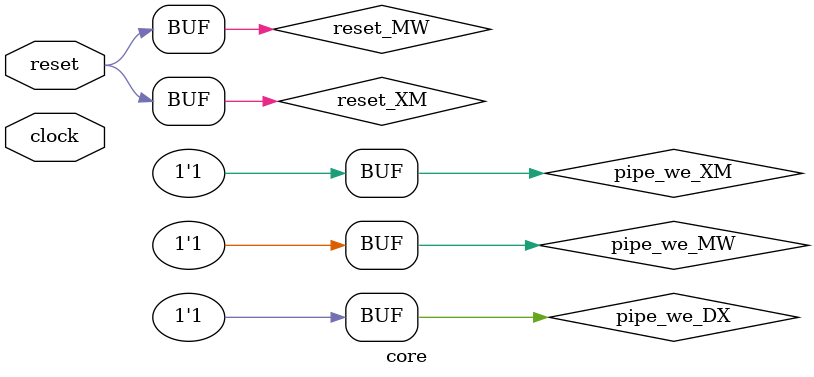
<source format=v>
`timescale 1ns / 1ps


//#################### Module ####################
module core #( 
	parameter data_width = 32,
	parameter mem_address_width = 32,
	parameter mem_depth = (1048576>>2), // == 1MB in Bytes
	parameter base_address = 32'h80020000,
	parameter reg_address_width = 5,
	parameter SP =  base_address + (mem_depth<<2) // stack pointer
)
(
	input clock,
	input reset
);

//#################### Wires ####################
wire [data_width-1:0] instr;
wire [data_width-1:0] wb_data;
wire [data_width-1:0] hi_result;
wire [2:0] br_op;	// to be removed later
wire [4:0] sa;
wire [15:0] immediate;
wire [25:0] target;
wire [4:0] alu_opcode;
wire [1:0] alu_in_1_sel;
wire [1:0] alu_in_2_sel;
wire [data_width-1:0] hi_out;
wire [data_width-1:0] lo_out;
wire [data_width-1:0] reg_file_data_1;
wire [data_width-1:0] reg_file_data_2;
wire [data_width-1:0] PC_plus4;	
wire [2:0] reg_write_src;
wire [data_width-1:0] mem_data;
wire [data_width-1:0] alu_data;
wire mem_read_write;
wire mem_enable;
wire load_sign;
wire [1:0] access_size;
wire [mem_address_width-1:0] br_target;
wire [mem_address_width-1:0] j_target;
wire br_taken;
wire [1:0] j_taken;
wire hi_we;
wire lo_we;
wire reg_file_we;
wire [reg_address_width-1:0] address_d;

//#################### pipes ####################
wire [data_width-1:0] instr_FD;
wire [data_width-1:0] PC_plus4_FD;	

wire [2:0] br_op_DX;
wire [4:0] sa_DX;
wire [15:0] immediate_DX;
wire [25:0] target_DX;
wire [4:0] alu_opcode_DX;
wire [1:0] alu_in_1_sel_DX;
wire [1:0] alu_in_2_sel_DX;
wire [data_width-1:0] hi_out_DX;
wire [data_width-1:0] lo_out_DX;
wire [data_width-1:0] reg_file_data_1_DX;
wire [data_width-1:0] reg_file_data_2_DX;
wire mem_read_write_DX;
wire mem_enable_DX;
wire load_sign_DX;
wire [1:0] access_size_DX;
wire [1:0] j_taken_DX;
wire [2:0] reg_write_src_DX;
wire [data_width-1:0] PC_plus4_DX;	
wire hi_we_DX;
wire lo_we_DX;
wire reg_file_we_DX;
wire [reg_address_width-1:0] address_d_DX;
wire [data_width-1:0] hi_out_final;
wire [data_width-1:0] lo_out_final;


wire [data_width-1:0] alu_data_XM;
wire [data_width-1:0] hi_result_XM;
wire [data_width-1:0] reg_file_data_2_XM;
wire [data_width-1:0] hi_out_final_XM;
wire [data_width-1:0] lo_out_final_XM;
wire mem_read_write_XM;
wire mem_enable_XM;
wire load_sign_XM;
wire [1:0] access_size_XM;
wire [2:0] reg_write_src_XM;
wire [data_width-1:0] PC_plus4_XM;	
wire hi_we_XM;
wire lo_we_XM;
wire reg_file_we_XM;
wire [reg_address_width-1:0] address_d_XM;

wire [data_width-1:0] mem_data_MW;
wire [data_width-1:0] alu_data_MW;
wire [data_width-1:0] hi_result_MW;
wire [data_width-1:0] hi_out_final_MW;
wire [data_width-1:0] lo_out_final_MW;
wire [2:0] reg_write_src_MW;
wire [data_width-1:0] PC_plus4_MW;
wire hi_we_MW;
wire lo_we_MW;
wire reg_file_we_MW;
wire [reg_address_width-1:0] address_d_MW;	

wire [4:0] rs;
wire [4:0] rt;
wire instr_load;
wire instr_store;
wire instr_uses_rs;
wire instr_uses_rt;
wire instr_uses_hi;
wire instr_uses_lo;

wire [4:0] rs_DX;
wire [4:0] rt_DX;
wire instr_uses_rs_DX;
wire instr_uses_rt_DX;
wire instr_load_DX;
wire instr_uses_hi_DX;
wire instr_uses_lo_DX;

wire [4:0] rs_XM;
wire [4:0] rt_XM;
wire instr_uses_rs_XM;
wire instr_uses_rt_XM;
wire instr_uses_hi_XM;
wire instr_uses_lo_XM;

wire instr_uses_hi_MW;
wire instr_uses_lo_MW;

wire [data_width-1:0] alu_operand_1;
wire [data_width-1:0] alu_operand_2;
wire [data_width-1:0] alu_operand_2_XM;
wire [data_width-1:0] mem_data_in;

//#################### Hazards Wires ####################
wire reset_FD;
wire reset_DX;
wire reset_XM;
wire reset_MW;

wire pipe_we_FD;
wire pipe_we_DX;
wire pipe_we_XM;
wire pipe_we_MW;

wire PC_we;

wire ctrl_flush;
wire load_use_stall;
wire raw_stall;
wire div_mul_stall;
wire raw_stall_X; //to be deleted
wire raw_stall_M; //to be deleted
wire div_mul_stall_X; //to be deleted
wire div_mul_stall_M; //to be deleted

wire wx_bypass_rs;
wire mx_bypass_rs;
wire wx_bypass_rt;
wire wm_bypass_rt;
wire mx_bypass_rt;

wire wx_bypass_hi;
wire mx_bypass_hi;
wire wx_bypass_lo;
wire mx_bypass_lo;

wire mf_hi_lo_stall;
wire mf_hi_lo_stall_X; //to be deleted
wire mf_hi_lo_stall_M; //to be deleted

wire wx_bypass_rs_hi; 
wire wx_bypass_rs_lo;
wire mx_bypass_rs_hi; 
wire mx_bypass_rs_lo;

wire wx_bypass_rt_hi; 
wire wx_bypass_rt_lo;
wire mx_bypass_rt_hi; 
wire mx_bypass_rt_lo;


//#################### Hazards ####################
//-------------------- Control Hazards --------------------
assign ctrl_flush = br_taken  | j_taken_DX[0] | j_taken_DX[1];

//-------------------- Data Hazards --------------------
//-------------------- Stalls --------------------
assign load_use_stall = (reg_file_we_DX == 1) && (instr_load_DX == 1) && (address_d_DX != 0) &&  ( ((instr_uses_rs == 1 ) && (rs == address_d_DX)) || ((instr_uses_rt == 1 ) && (instr_store == 0) && (rt == address_d_DX)) );

assign raw_stall = (reg_file_we_MW == 1) && (address_d_MW != 0) && ( ((instr_uses_rs == 1) && (rs == address_d_MW)) || ((instr_uses_rt == 1) && (rt == address_d_MW)) );

//assign raw_stall_M = (reg_file_we_XM == 1) && (address_d_XM != 0) && ( ((instr_uses_rs == 1) && (rs == address_d_XM)) || ((instr_uses_rt == 1) && (rt == address_d_XM)) );

//assign raw_stall_X = (reg_file_we_DX == 1) && (address_d_DX != 0) && ( ((instr_uses_rs == 1) && (rs == address_d_DX)) || ((instr_uses_rt == 1) && (rt == address_d_DX)) );

assign div_mul_stall = ((hi_we_MW == 1) && (instr_uses_hi == 1)) || ((lo_we_MW == 1) && (instr_uses_lo == 1));

//assign div_mul_stall_M = ((hi_we_XM == 1) && (instr_uses_hi == 1)) || ((lo_we_XM == 1) && (instr_uses_lo == 1));

//assign div_mul_stall_X = ((hi_we_DX == 1) && (instr_uses_hi == 1)) || ((lo_we_DX == 1) && (instr_uses_lo == 1));

assign mf_hi_lo_stall = (reg_file_we_MW == 1) && ((instr_uses_hi_MW | instr_uses_lo_MW) == 1) && (address_d_MW != 0) && ( ((instr_uses_rs == 1) && (rs == address_d_MW)) || ((instr_uses_rt == 1) && (rt == address_d_MW)) );

//assign mf_hi_lo_stall_M = (reg_file_we_XM == 1) && ((instr_uses_hi_XM | instr_uses_lo_XM) == 1) && (address_d_XM != 0) && ( ((instr_uses_rs == 1) && (rs == address_d_XM)) || ((instr_uses_rt == 1) && (rt == address_d_XM)) );

//assign mf_hi_lo_stall_X = (reg_file_we_DX == 1) && ((instr_uses_hi_DX | instr_uses_lo_DX) == 1) && (address_d_DX != 0) && ( ((instr_uses_rs == 1) && (rs == address_d_DX)) || ((instr_uses_rt == 1) && (rt == address_d_DX)) );


assign reset_FD = reset | ctrl_flush;
assign reset_DX = reset | ctrl_flush | load_use_stall | raw_stall | div_mul_stall | mf_hi_lo_stall;
assign reset_XM = reset;
assign reset_MW = reset;

assign PC_we = !(load_use_stall | raw_stall | div_mul_stall | mf_hi_lo_stall);
assign pipe_we_FD = !(load_use_stall | raw_stall | div_mul_stall | mf_hi_lo_stall);
assign pipe_we_DX = 1;
assign pipe_we_XM = 1;
assign pipe_we_MW = 1;


//-------------------- Bypasses --------------------
assign wx_bypass_rs = (reg_file_we_MW == 1) && (address_d_MW != 0) && ((instr_uses_rs_DX == 1) && (rs_DX == address_d_MW));
assign wx_bypass_rt = (reg_file_we_MW == 1) && (address_d_MW != 0) && ((instr_uses_rt_DX == 1) && (rt_DX == address_d_MW));

assign wm_bypass_rt = (reg_file_we_MW == 1) && (address_d_MW != 0) && ((instr_uses_rt_XM == 1) && (rt_XM == address_d_MW));

assign mx_bypass_rs = (reg_file_we_XM == 1) && (address_d_XM != 0) && ((instr_uses_rs_DX == 1) && (rs_DX == address_d_XM));
assign mx_bypass_rt = (reg_file_we_XM == 1) && (address_d_XM != 0) && ((instr_uses_rt_DX == 1) && (rt_DX == address_d_XM));

assign wx_bypass_hi = (hi_we_MW == 1) && (instr_uses_hi_DX == 1);
assign wx_bypass_lo = (lo_we_MW == 1) && (instr_uses_lo_DX == 1);

assign mx_bypass_hi = (hi_we_XM == 1) && (instr_uses_hi_DX == 1);
assign mx_bypass_lo = (lo_we_XM == 1) && (instr_uses_lo_DX == 1);

assign wx_bypass_rs_hi = (instr_uses_hi_MW == 1) && (address_d_MW != 0) && ((instr_uses_rs_DX == 1) && (rs_DX == address_d_MW));
assign wx_bypass_rs_lo = (instr_uses_lo_MW == 1) && (address_d_MW != 0) && ((instr_uses_rs_DX == 1) && (rs_DX == address_d_MW));

assign mx_bypass_rs_hi = (instr_uses_hi_XM == 1) && (address_d_XM != 0) && ((instr_uses_rs_DX == 1) && (rs_DX == address_d_XM));
assign mx_bypass_rs_lo = (instr_uses_lo_XM == 1) && (address_d_XM != 0) && ((instr_uses_rs_DX == 1) && (rs_DX == address_d_XM));

assign wx_bypass_rt_hi = (instr_uses_hi_MW == 1) && (address_d_MW != 0) && ((instr_uses_rt_DX == 1) && (rt_DX == address_d_MW));
assign wx_bypass_rt_lo = (instr_uses_lo_MW == 1) && (address_d_MW != 0) && ((instr_uses_rt_DX == 1) && (rt_DX == address_d_MW));

assign mx_bypass_rt_hi = (instr_uses_hi_XM == 1) && (address_d_XM != 0) && ((instr_uses_rt_DX == 1) && (rt_DX == address_d_XM));
assign mx_bypass_rt_lo = (instr_uses_lo_XM == 1) && (address_d_XM != 0) && ((instr_uses_rt_DX == 1) && (rt_DX == address_d_XM));


assign alu_operand_1 = mx_bypass_rs_hi ==1? hi_out_final_XM : mx_bypass_rs_lo ==1? lo_out_final_XM : mx_bypass_rs == 1? alu_data_XM : wx_bypass_rs_hi ==1? hi_out_final_MW : wx_bypass_rs_lo ==1? lo_out_final_MW : wx_bypass_rs == 1? wb_data : reg_file_data_1_DX;

assign alu_operand_2 = mx_bypass_rt_hi ==1? hi_out_final_XM : mx_bypass_rt_lo ==1? lo_out_final_XM : mx_bypass_rt == 1? alu_data_XM : wx_bypass_rt_hi ==1? hi_out_final_MW : wx_bypass_rt_lo ==1? lo_out_final_MW : wx_bypass_rt == 1? wb_data : reg_file_data_2_DX;

assign mem_data_in = wm_bypass_rt == 1? wb_data : alu_operand_2_XM;

assign lo_out_final = mx_bypass_lo == 1? alu_data_XM : wx_bypass_lo == 1? wb_data : lo_out_DX;
assign hi_out_final = mx_bypass_hi == 1? hi_result_XM : wx_bypass_hi == 1? hi_result_MW : hi_out_DX;


//#################### Stages Instantiations ####################
//-------------------- Fetch Instantiation --------------------
fetch #(	.data_width(data_width),
		.address_width(mem_address_width),
		.mem_depth(mem_depth),
		.base_address(base_address)
) fetch_inst (	.clock(clock), 
		.reset(reset), 
		.write_enable(PC_we), 
		.reg_A(alu_operand_1), 
		.j_target(j_target), 
		.br_target(br_target),
		.j_taken(j_taken_DX), 
		.br_taken(br_taken), 
		.instr(instr),
		.PC_plus4(PC_plus4)
 );

//-------------------- Decode Instantiation --------------------
decode #(	.data_width(data_width),
			.address_width(reg_address_width),
			.SP(SP)
) decode_inst (	.clock(clock),
				.reset(reset),
				.instr(instr_FD),
				.wb_data(wb_data),
				.hi_result(hi_result_MW),
				.hi_we(hi_we),
				.lo_we(lo_we),
				.reg_file_we(reg_file_we),
				.address_d(address_d),
				.br_op(br_op),
				.sa(sa),
				.immediate(immediate),
				.target(target),
				.alu_opcode(alu_opcode),
				.alu_in_1_sel(alu_in_1_sel),
				.alu_in_2_sel(alu_in_2_sel),
				.hi_out(hi_out),
				.lo_out(lo_out),
				.reg_file_data_1(reg_file_data_1),
				.reg_file_data_2(reg_file_data_2),
				.mem_read_write(mem_read_write),
				.mem_enable(mem_enable),
				.load_sign(load_sign),
				.access_size(access_size),
				.reg_write_src(reg_write_src),
				.j_taken(j_taken),
				.hi_we_r(hi_we_MW),
				.lo_we_r(lo_we_MW),
				.reg_file_we_r(reg_file_we_MW),
				.address_d_r(address_d_MW),
				.rs(rs),
				.rt(rt),
				.instr_load(instr_load),
				.instr_store(instr_store),
				.instr_uses_rs(instr_uses_rs),
				.instr_uses_rt(instr_uses_rt),
				.instr_uses_hi(instr_uses_hi),
				.instr_uses_lo(instr_uses_lo)

 );

//-------------------- Execute Instantiation --------------------
execute #(	.data_width(data_width),
		.address_width(mem_address_width)
) execute_inst (.br_op(br_op_DX),
				.sa(sa_DX),
				.immediate(immediate_DX),
				.target(target_DX),
				.alu_opcode(alu_opcode_DX),
				.alu_in_1_sel(alu_in_1_sel_DX),
				.alu_in_2_sel(alu_in_2_sel_DX),
				.reg_file_data_1(alu_operand_1),
				.reg_file_data_2(alu_operand_2),
				.PC_plus4(PC_plus4_DX),
				.result(alu_data),
				.hi_result(hi_result),
				.br_taken(br_taken),
				.j_target(j_target),
				.br_target(br_target)
 );

//-------------------- Memory Stage Instantiation --------------------
mem_stage #(	.data_width(data_width),
		.address_width(mem_address_width),
		.mem_depth(mem_depth),
		.base_address(base_address)
) mem_stage_inst (	.clock(clock), 
		.read_write(mem_read_write_XM),
		.enable(mem_enable_XM),
		.load_sign(load_sign_XM),
		.access_size(access_size_XM),
		.address(alu_data_XM),
		.data_in(mem_data_in),
		.data_out_mod(mem_data)
 );

//-------------------- Write Back Instantiation --------------------
write_back #(	.data_width(data_width)
) write_back_inst (	.reg_write_src(reg_write_src_MW), 
		.mem_data(mem_data_MW), 
		.alu_data(alu_data_MW),
		.hi_reg(hi_out_final_MW),
		.lo_reg(lo_out_final_MW),
		.PC_plus4(PC_plus4_MW),
		.wb_data(wb_data)
 );


//-------------------- FD Pipe --------------------
reg_comp #(	.data_width(data_width)
) instr_FD_reg (	.clock(clock), 
		.reset(reset_FD),
		.write_enable(pipe_we_FD),
		.data_in(instr),
		.data_out(instr_FD)
);

reg_comp #(	.data_width(data_width)
) PC_plus4_FD_reg (	.clock(clock), 
		.reset(reset_FD),
		.write_enable(pipe_we_FD),
		.data_in(PC_plus4),
		.data_out(PC_plus4_FD)
);


//-------------------- DX Pipe --------------------
reg_comp #(	.data_width(3)
) br_op_DX_reg (	.clock(clock), 
		.reset(reset_DX),
		.write_enable(pipe_we_DX),
		.data_in(br_op),
		.data_out(br_op_DX)
);

reg_comp #(	.data_width(5)
) sa_DX_reg (	.clock(clock), 
		.reset(reset_DX),
		.write_enable(pipe_we_DX),
		.data_in(sa),
		.data_out(sa_DX)
);

reg_comp #(	.data_width(16)
) immediate_DX_reg (	.clock(clock), 
		.reset(reset_DX),
		.write_enable(pipe_we_DX),
		.data_in(immediate),
		.data_out(immediate_DX)
);

reg_comp #(	.data_width(26)
) target_DX_reg (	.clock(clock), 
		.reset(reset_DX),
		.write_enable(pipe_we_DX),
		.data_in(target),
		.data_out(target_DX)
);

reg_comp #(	.data_width(5)
) alu_opcode_DX_reg (	.clock(clock), 
		.reset(reset_DX),
		.write_enable(pipe_we_DX),
		.data_in(alu_opcode),
		.data_out(alu_opcode_DX)
);

reg_comp #(	.data_width(2)
) alu_in_1_sel_DX_reg (	.clock(clock), 
		.reset(reset_DX),
		.write_enable(pipe_we_DX),
		.data_in(alu_in_1_sel),
		.data_out(alu_in_1_sel_DX)
);

reg_comp #(	.data_width(2)
) alu_in_2_sel_DX_reg (	.clock(clock), 
		.reset(reset_DX),
		.write_enable(pipe_we_DX),
		.data_in(alu_in_2_sel),
		.data_out(alu_in_2_sel_DX)
);

reg_comp #(	.data_width(data_width)
) hi_out_DX_reg (	.clock(clock), 
		.reset(reset_DX),
		.write_enable(pipe_we_DX),
		.data_in(hi_out),
		.data_out(hi_out_DX)
);

reg_comp #(	.data_width(data_width)
) lo_out_DX_reg (	.clock(clock), 
		.reset(reset_DX),
		.write_enable(pipe_we_DX),
		.data_in(lo_out),
		.data_out(lo_out_DX)
);

reg_comp #(	.data_width(data_width)
) reg_file_data_1_DX_reg (	.clock(clock), 
		.reset(reset_DX),
		.write_enable(pipe_we_DX),
		.data_in(reg_file_data_1),
		.data_out(reg_file_data_1_DX)
);

reg_comp #(	.data_width(data_width)
) reg_file_data_2_DX_reg (	.clock(clock), 
		.reset(reset_DX),
		.write_enable(pipe_we_DX),
		.data_in(reg_file_data_2),
		.data_out(reg_file_data_2_DX)
);

reg_comp #(	.data_width(1)
) mem_read_write_DX_reg (	.clock(clock), 
		.reset(reset_DX),
		.write_enable(pipe_we_DX),
		.data_in(mem_read_write),
		.data_out(mem_read_write_DX)
);

reg_comp #(	.data_width(1)
) mem_enable_DX_reg (	.clock(clock), 
		.reset(reset_DX),
		.write_enable(pipe_we_DX),
		.data_in(mem_enable),
		.data_out(mem_enable_DX)
);

reg_comp #(	.data_width(1)
) load_sign_DX_reg (	.clock(clock), 
		.reset(reset_DX),
		.write_enable(pipe_we_DX),
		.data_in(load_sign),
		.data_out(load_sign_DX)
);

reg_comp #(	.data_width(2)
) access_size_DX_reg (	.clock(clock), 
		.reset(reset_DX),
		.write_enable(pipe_we_DX),
		.data_in(access_size),
		.data_out(access_size_DX)
);

reg_comp #(	.data_width(2)
) j_taken_DX_reg (	.clock(clock), 
		.reset(reset_DX),
		.write_enable(pipe_we_DX),
		.data_in(j_taken),
		.data_out(j_taken_DX)
);

reg_comp #(	.data_width(3)
) reg_write_src_DX_reg (	.clock(clock), 
		.reset(reset_DX),
		.write_enable(pipe_we_DX),
		.data_in(reg_write_src),
		.data_out(reg_write_src_DX)
);

reg_comp #(	.data_width(data_width)
) PC_plus4_DX_reg (	.clock(clock), 
		.reset(reset_DX),
		.write_enable(pipe_we_DX),
		.data_in(PC_plus4_FD),
		.data_out(PC_plus4_DX)
);

reg_comp #(	.data_width(1)
) hi_we_DX_reg (	.clock(clock), 
		.reset(reset_DX),
		.write_enable(pipe_we_DX),
		.data_in(hi_we),
		.data_out(hi_we_DX)
);

reg_comp #(	.data_width(1)
) lo_we_DX_reg (	.clock(clock), 
		.reset(reset_DX),
		.write_enable(pipe_we_DX),
		.data_in(lo_we),
		.data_out(lo_we_DX)
);

reg_comp #(	.data_width(1)
) reg_file_we_DX_reg (	.clock(clock), 
		.reset(reset_DX),
		.write_enable(pipe_we_DX),
		.data_in(reg_file_we),
		.data_out(reg_file_we_DX)
);

reg_comp #(	.data_width(reg_address_width)
) address_d_DX_reg (	.clock(clock), 
		.reset(reset_DX),
		.write_enable(pipe_we_DX),
		.data_in(address_d),
		.data_out(address_d_DX)
);

reg_comp #(	.data_width(5)
) rs_DX_reg (	.clock(clock), 
		.reset(reset_DX),
		.write_enable(pipe_we_DX),
		.data_in(rs),
		.data_out(rs_DX)
);

reg_comp #(	.data_width(5)
) rt_DX_reg (	.clock(clock), 
		.reset(reset_DX),
		.write_enable(pipe_we_DX),
		.data_in(rt),
		.data_out(rt_DX)
);

reg_comp #(	.data_width(1)
) instr_uses_rs_DX_reg (	.clock(clock), 
		.reset(reset_DX),
		.write_enable(pipe_we_DX),
		.data_in(instr_uses_rs),
		.data_out(instr_uses_rs_DX)
);

reg_comp #(	.data_width(1)
) instr_uses_rt_DX_reg (	.clock(clock), 
		.reset(reset_DX),
		.write_enable(pipe_we_DX),
		.data_in(instr_uses_rt),
		.data_out(instr_uses_rt_DX)
);

reg_comp #(	.data_width(1)
) instr_load_DX_reg (	.clock(clock), 
		.reset(reset_DX),
		.write_enable(pipe_we_DX),
		.data_in(instr_load),
		.data_out(instr_load_DX)
);

reg_comp #(	.data_width(1)
) instr_uses_hi_DX_reg (	.clock(clock), 
		.reset(reset_DX),
		.write_enable(pipe_we_DX),
		.data_in(instr_uses_hi),
		.data_out(instr_uses_hi_DX)
);

reg_comp #(	.data_width(1)
) instr_uses_lo_DX_reg (	.clock(clock), 
		.reset(reset_DX),
		.write_enable(pipe_we_DX),
		.data_in(instr_uses_lo),
		.data_out(instr_uses_lo_DX)
);


//-------------------- XM Pipe --------------------
reg_comp #(	.data_width(data_width)
) alu_data_XM_reg (	.clock(clock), 
		.reset(reset_XM),
		.write_enable(pipe_we_XM),
		.data_in(alu_data),
		.data_out(alu_data_XM)
);

reg_comp #(	.data_width(data_width)
) hi_result_XM_reg (	.clock(clock), 
		.reset(reset_XM),
		.write_enable(pipe_we_XM),
		.data_in(hi_result),
		.data_out(hi_result_XM)
);

reg_comp #(	.data_width(data_width)
) reg_file_data_2_XM_reg (	.clock(clock), 
		.reset(reset_XM),
		.write_enable(pipe_we_XM),
		.data_in(reg_file_data_2_DX),
		.data_out(reg_file_data_2_XM)
);

reg_comp #(	.data_width(data_width)
) lo_out_final_XM_reg (	.clock(clock), 
		.reset(reset_XM),
		.write_enable(pipe_we_XM),
		.data_in(lo_out_final),
		.data_out(lo_out_final_XM)
);

reg_comp #(	.data_width(data_width)
) hi_out_final_XM_reg (	.clock(clock), 
		.reset(reset_XM),
		.write_enable(pipe_we_XM),
		.data_in(hi_out_final),
		.data_out(hi_out_final_XM)
);

reg_comp #(	.data_width(1)
) mem_read_write_XM_reg (	.clock(clock), 
		.reset(reset_XM),
		.write_enable(pipe_we_XM),
		.data_in(mem_read_write_DX),
		.data_out(mem_read_write_XM)
);

reg_comp #(	.data_width(1)
) mem_enable_XM_reg (	.clock(clock), 
		.reset(reset_XM),
		.write_enable(pipe_we_XM),
		.data_in(mem_enable_DX),
		.data_out(mem_enable_XM)
);

reg_comp #(	.data_width(1)
) load_sign_XM_reg (	.clock(clock), 
		.reset(reset_XM),
		.write_enable(pipe_we_XM),
		.data_in(load_sign_DX),
		.data_out(load_sign_XM)
);

reg_comp #(	.data_width(2)
) access_size_XM_reg (	.clock(clock), 
		.reset(reset_XM),
		.write_enable(pipe_we_XM),
		.data_in(access_size_DX),
		.data_out(access_size_XM)
);

reg_comp #(	.data_width(3)
) reg_write_src_XM_reg (	.clock(clock), 
		.reset(reset_XM),
		.write_enable(pipe_we_XM),
		.data_in(reg_write_src_DX),
		.data_out(reg_write_src_XM)
);

reg_comp #(	.data_width(data_width)
) PC_plus4_XM_reg (	.clock(clock), 
		.reset(reset_XM),
		.write_enable(pipe_we_XM),
		.data_in(PC_plus4_DX),
		.data_out(PC_plus4_XM)
);

reg_comp #(	.data_width(1)
) hi_we_XM_reg (	.clock(clock), 
		.reset(reset_XM),
		.write_enable(pipe_we_XM),
		.data_in(hi_we_DX),
		.data_out(hi_we_XM)
);

reg_comp #(	.data_width(1)
) lo_we_XM_reg (	.clock(clock), 
		.reset(reset_XM),
		.write_enable(pipe_we_XM),
		.data_in(lo_we_DX),
		.data_out(lo_we_XM)
);

reg_comp #(	.data_width(1)
) reg_file_we_XM_reg (	.clock(clock), 
		.reset(reset_XM),
		.write_enable(pipe_we_XM),
		.data_in(reg_file_we_DX),
		.data_out(reg_file_we_XM)
);

reg_comp #(	.data_width(reg_address_width)
) address_d_XM_reg (	.clock(clock), 
		.reset(reset_XM),
		.write_enable(pipe_we_XM),
		.data_in(address_d_DX),
		.data_out(address_d_XM)
);

reg_comp #(	.data_width(5)
) rs_XM_reg (	.clock(clock), 
		.reset(reset_XM),
		.write_enable(pipe_we_XM),
		.data_in(rs_DX),
		.data_out(rs_XM)
);

reg_comp #(	.data_width(5)
) rt_XM_reg (	.clock(clock), 
		.reset(reset_XM),
		.write_enable(pipe_we_XM),
		.data_in(rt_DX),
		.data_out(rt_XM)
);

reg_comp #(	.data_width(1)
) instr_uses_rs_XM_reg (	.clock(clock), 
		.reset(reset_XM),
		.write_enable(pipe_we_XM),
		.data_in(instr_uses_rs_DX),
		.data_out(instr_uses_rs_XM)
);

reg_comp #(	.data_width(1)
) instr_uses_rt_XM_reg (	.clock(clock), 
		.reset(reset_XM),
		.write_enable(pipe_we_XM),
		.data_in(instr_uses_rt_DX),
		.data_out(instr_uses_rt_XM)
);

reg_comp #(	.data_width(1)
) instr_uses_hi_XM_reg (	.clock(clock), 
		.reset(reset_XM),
		.write_enable(pipe_we_XM),
		.data_in(instr_uses_hi_DX),
		.data_out(instr_uses_hi_XM)
);

reg_comp #(	.data_width(1)
) instr_uses_lo_XM_reg (	.clock(clock), 
		.reset(reset_XM),
		.write_enable(pipe_we_XM),
		.data_in(instr_uses_lo_DX),
		.data_out(instr_uses_lo_XM)
);

reg_comp #(	.data_width(data_width)
) alu_operand_2_XM_reg (	.clock(clock), 
		.reset(reset_XM),
		.write_enable(pipe_we_XM),
		.data_in(alu_operand_2),
		.data_out(alu_operand_2_XM)
);


//-------------------- MW Pipe --------------------
reg_comp #(	.data_width(data_width)
) mem_data_MW_reg (	.clock(clock), 
		.reset(reset_MW),
		.write_enable(pipe_we_MW),
		.data_in(mem_data),
		.data_out(mem_data_MW)
);

reg_comp #(	.data_width(data_width)
) alu_data_MW_reg (	.clock(clock), 
		.reset(reset_MW),
		.write_enable(pipe_we_MW),
		.data_in(alu_data_XM),
		.data_out(alu_data_MW)
);

reg_comp #(	.data_width(data_width)
) hi_result_MW_reg (	.clock(clock), 
		.reset(reset_MW),
		.write_enable(pipe_we_MW),
		.data_in(hi_result_XM),
		.data_out(hi_result_MW)
);


reg_comp #(	.data_width(data_width)
) lo_out_final_MW_reg (	.clock(clock), 
		.reset(reset_MW),
		.write_enable(pipe_we_MW),
		.data_in(lo_out_final_XM),
		.data_out(lo_out_final_MW)
);

reg_comp #(	.data_width(data_width)
) hi_out_final_MW_reg (	.clock(clock), 
		.reset(reset_MW),
		.write_enable(pipe_we_MW),
		.data_in(hi_out_final_XM),
		.data_out(hi_out_final_MW)
);

reg_comp #(	.data_width(3)
) reg_write_src_MW_reg (	.clock(clock), 
		.reset(reset_MW),
		.write_enable(pipe_we_MW),
		.data_in(reg_write_src_XM),
		.data_out(reg_write_src_MW)
);

reg_comp #(	.data_width(data_width)
) PC_plus4_MW_reg (	.clock(clock), 
		.reset(reset_MW),
		.write_enable(pipe_we_MW),
		.data_in(PC_plus4_XM),
		.data_out(PC_plus4_MW)
);

reg_comp #(	.data_width(1)
) hi_we_MW_reg (	.clock(clock), 
		.reset(reset_MW),
		.write_enable(pipe_we_MW),
		.data_in(hi_we_XM),
		.data_out(hi_we_MW)
);

reg_comp #(	.data_width(1)
) lo_we_MW_reg (	.clock(clock), 
		.reset(reset_MW),
		.write_enable(pipe_we_MW),
		.data_in(lo_we_XM),
		.data_out(lo_we_MW)
);

reg_comp #(	.data_width(1)
) reg_file_we_MW_reg (	.clock(clock), 
		.reset(reset_MW),
		.write_enable(pipe_we_MW),
		.data_in(reg_file_we_XM),
		.data_out(reg_file_we_MW)
);

reg_comp #(	.data_width(reg_address_width)
) address_d_MW_reg (	.clock(clock), 
		.reset(reset_MW),
		.write_enable(pipe_we_MW),
		.data_in(address_d_XM),
		.data_out(address_d_MW)
);

reg_comp #(	.data_width(1)
) instr_uses_hi_MW_reg (	.clock(clock), 
		.reset(reset_MW),
		.write_enable(pipe_we_MW),
		.data_in(instr_uses_hi_XM),
		.data_out(instr_uses_hi_MW)
);

reg_comp #(	.data_width(1)
) instr_uses_lo_MW_reg (	.clock(clock), 
		.reset(reset_MW),
		.write_enable(pipe_we_MW),
		.data_in(instr_uses_lo_XM),
		.data_out(instr_uses_lo_MW)
);

endmodule




</source>
